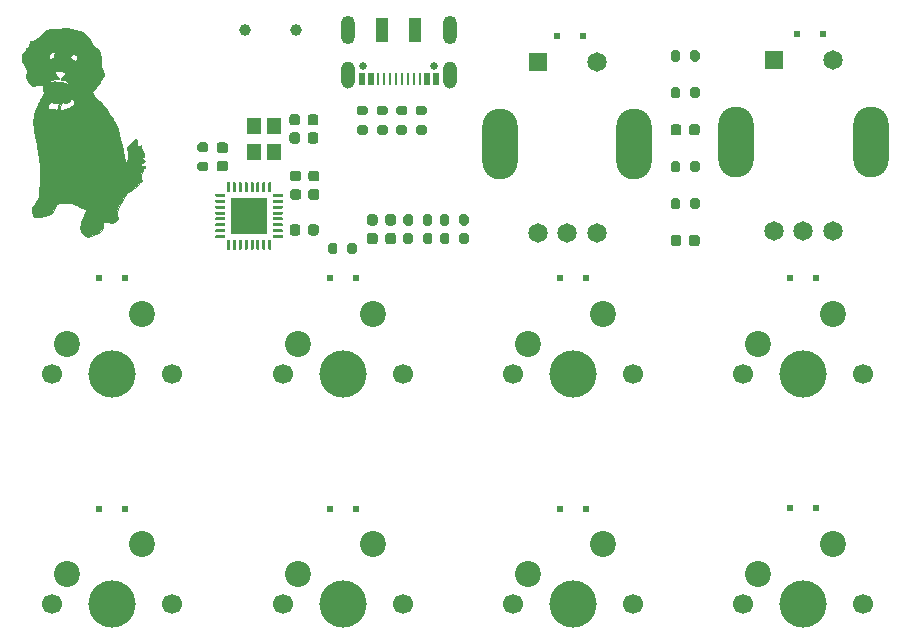
<source format=gbr>
%TF.GenerationSoftware,KiCad,Pcbnew,(5.1.9-0-10_14)*%
%TF.CreationDate,2021-03-23T22:47:06-06:00*%
%TF.ProjectId,macropad,6d616372-6f70-4616-942e-6b696361645f,rev?*%
%TF.SameCoordinates,Original*%
%TF.FileFunction,Soldermask,Top*%
%TF.FilePolarity,Negative*%
%FSLAX46Y46*%
G04 Gerber Fmt 4.6, Leading zero omitted, Abs format (unit mm)*
G04 Created by KiCad (PCBNEW (5.1.9-0-10_14)) date 2021-03-23 22:47:06*
%MOMM*%
%LPD*%
G01*
G04 APERTURE LIST*
%ADD10C,0.010000*%
%ADD11C,1.000000*%
%ADD12R,1.200000X1.400000*%
%ADD13C,1.700000*%
%ADD14C,4.000000*%
%ADD15C,2.200000*%
%ADD16R,3.100000X3.100000*%
%ADD17O,1.200000X2.400000*%
%ADD18O,1.158000X2.316000*%
%ADD19C,0.630000*%
%ADD20R,1.000000X2.000000*%
%ADD21C,0.600000*%
%ADD22R,0.270000X1.000000*%
%ADD23R,0.520000X1.000000*%
%ADD24R,0.500000X0.500000*%
%ADD25O,3.000000X6.000000*%
%ADD26C,1.650000*%
%ADD27R,1.650000X1.650000*%
G04 APERTURE END LIST*
D10*
%TO.C,G\u002A\u002A\u002A*%
G36*
X125668544Y-57307507D02*
G01*
X125967804Y-57364817D01*
X126306510Y-57445859D01*
X126643715Y-57542436D01*
X126746934Y-57576065D01*
X127070920Y-57754008D01*
X127380577Y-58038823D01*
X127619368Y-58373394D01*
X127690050Y-58528839D01*
X127814690Y-58747558D01*
X127978609Y-58895222D01*
X127989275Y-58900414D01*
X128261394Y-59115030D01*
X128437575Y-59461171D01*
X128512844Y-59927532D01*
X128514914Y-60094467D01*
X128540399Y-60553590D01*
X128627664Y-60923837D01*
X128644892Y-60966397D01*
X128727936Y-61180056D01*
X128733442Y-61320253D01*
X128656842Y-61466332D01*
X128612448Y-61529800D01*
X128496956Y-61707437D01*
X128441196Y-61823543D01*
X128440267Y-61831020D01*
X128391001Y-61928333D01*
X128268764Y-62103897D01*
X128111898Y-62308357D01*
X127958745Y-62492357D01*
X127847648Y-62606543D01*
X127827063Y-62620356D01*
X127760464Y-62712137D01*
X127819536Y-62879305D01*
X128008502Y-63128621D01*
X128331586Y-63466847D01*
X128393779Y-63527508D01*
X128665605Y-63806633D01*
X128890693Y-64067578D01*
X129039336Y-64274251D01*
X129080851Y-64362240D01*
X129175926Y-64560187D01*
X129286934Y-64666467D01*
X129422370Y-64806848D01*
X129490474Y-64960567D01*
X129554047Y-65120055D01*
X129614355Y-65174467D01*
X129700859Y-65255668D01*
X129807130Y-65488844D01*
X129928875Y-65858357D01*
X130061800Y-66348567D01*
X130201611Y-66943834D01*
X130344013Y-67628519D01*
X130463667Y-68267896D01*
X130539498Y-68592940D01*
X130615749Y-68758602D01*
X130683785Y-68774589D01*
X130734966Y-68650611D01*
X130760656Y-68396374D01*
X130752218Y-68021589D01*
X130750926Y-68003745D01*
X132002951Y-68003745D01*
X132018518Y-68113559D01*
X132047420Y-68114870D01*
X132067631Y-68001553D01*
X132054104Y-67952592D01*
X132016509Y-67920522D01*
X132002951Y-68003745D01*
X130750926Y-68003745D01*
X130746994Y-67949440D01*
X130702066Y-67380079D01*
X131042872Y-67039273D01*
X131299316Y-66804853D01*
X131464937Y-66708824D01*
X131545625Y-66750577D01*
X131547270Y-66929503D01*
X131537425Y-66988198D01*
X131528143Y-67226687D01*
X131599056Y-67345896D01*
X131734113Y-67326639D01*
X131788309Y-67288055D01*
X131873080Y-67243363D01*
X131907043Y-67321804D01*
X131911600Y-67452757D01*
X131950476Y-67668487D01*
X132038600Y-67768516D01*
X132133607Y-67876059D01*
X132163065Y-68046496D01*
X132122219Y-68196813D01*
X132065701Y-68241655D01*
X132006706Y-68335528D01*
X132022770Y-68423411D01*
X132106424Y-68522652D01*
X132165002Y-68519170D01*
X132243340Y-68527784D01*
X132250267Y-68560541D01*
X132178814Y-68650705D01*
X132005909Y-68739727D01*
X131996367Y-68743119D01*
X131821555Y-68838845D01*
X131809176Y-68927232D01*
X131953657Y-68979798D01*
X132043597Y-68984467D01*
X132200305Y-69014086D01*
X132250267Y-69069134D01*
X132185838Y-69151340D01*
X132165600Y-69153800D01*
X132089317Y-69221858D01*
X132080934Y-69273745D01*
X132038296Y-69400248D01*
X132009429Y-69421911D01*
X131944983Y-69520562D01*
X131897643Y-69713089D01*
X131876791Y-69927081D01*
X131891813Y-70090130D01*
X131917513Y-70131121D01*
X131936403Y-70225457D01*
X131843855Y-70384068D01*
X131668864Y-70576614D01*
X131440426Y-70772753D01*
X131187534Y-70942144D01*
X131095997Y-70990780D01*
X130819950Y-71152128D01*
X130637444Y-71311555D01*
X130591362Y-71389259D01*
X130521470Y-71545744D01*
X130386723Y-71793685D01*
X130214700Y-72082659D01*
X130193216Y-72117134D01*
X130015983Y-72413804D01*
X129915360Y-72643445D01*
X129876224Y-72871931D01*
X129883450Y-73165138D01*
X129902305Y-73384238D01*
X129848338Y-73586530D01*
X129669631Y-73726850D01*
X129405051Y-73786887D01*
X129116017Y-73754632D01*
X128831143Y-73701180D01*
X128679204Y-73735011D01*
X128644693Y-73861933D01*
X128656775Y-73926612D01*
X128657758Y-74238689D01*
X128494131Y-74511506D01*
X128165817Y-74745178D01*
X128081180Y-74786856D01*
X127680525Y-74943410D01*
X127373684Y-74985954D01*
X127128661Y-74913816D01*
X126946151Y-74762967D01*
X126826313Y-74616838D01*
X126769731Y-74474054D01*
X126763479Y-74274348D01*
X126787257Y-74022134D01*
X126834753Y-73727441D01*
X126869383Y-73598800D01*
X129032934Y-73598800D01*
X129075267Y-73641134D01*
X129117600Y-73598800D01*
X129075267Y-73556467D01*
X129032934Y-73598800D01*
X126869383Y-73598800D01*
X126898520Y-73490568D01*
X126948626Y-73387134D01*
X127059356Y-73213217D01*
X127168972Y-72985842D01*
X127242520Y-72782370D01*
X127254934Y-72709215D01*
X127181341Y-72641587D01*
X126995749Y-72561303D01*
X126895100Y-72529578D01*
X126641367Y-72431092D01*
X126445632Y-72309698D01*
X126408267Y-72272682D01*
X126252069Y-72166384D01*
X125982469Y-72111818D01*
X125815600Y-72101417D01*
X125327920Y-72096713D01*
X124964160Y-72120464D01*
X124738170Y-72170745D01*
X124663800Y-72245635D01*
X124667296Y-72260843D01*
X124665572Y-72359490D01*
X124638193Y-72371134D01*
X124571603Y-72443786D01*
X124519107Y-72603967D01*
X124429116Y-72875164D01*
X124268887Y-73052380D01*
X124001704Y-73164619D01*
X123741267Y-73218451D01*
X123330096Y-73280804D01*
X123052799Y-73302987D01*
X122877078Y-73277409D01*
X122770637Y-73196479D01*
X122701178Y-73052607D01*
X122674080Y-72967638D01*
X122619028Y-72731435D01*
X122639652Y-72567147D01*
X122734182Y-72406106D01*
X122876506Y-72197371D01*
X122982572Y-72030298D01*
X123110161Y-71839147D01*
X123171979Y-71758973D01*
X123210517Y-71637259D01*
X123251641Y-71384471D01*
X123291821Y-71038756D01*
X123327524Y-70638265D01*
X123355221Y-70221145D01*
X123371382Y-69825544D01*
X123373904Y-69577134D01*
X123349599Y-68989115D01*
X123290267Y-68376852D01*
X123203441Y-67796250D01*
X123096651Y-67303213D01*
X123043093Y-67121800D01*
X122887622Y-66518562D01*
X122798607Y-65876395D01*
X122780719Y-65255340D01*
X122838627Y-64715440D01*
X122851382Y-64656844D01*
X122992854Y-64156484D01*
X123134737Y-63785627D01*
X123975250Y-63785627D01*
X123986208Y-63869058D01*
X124031790Y-64027027D01*
X124037600Y-64075614D01*
X124112410Y-64130139D01*
X124297901Y-64174284D01*
X124355100Y-64181457D01*
X124571681Y-64205814D01*
X124703936Y-64223855D01*
X124714934Y-64226144D01*
X124773668Y-64165013D01*
X124818000Y-64087016D01*
X124997820Y-64087016D01*
X125010435Y-64201542D01*
X125057831Y-64245748D01*
X125150956Y-64280982D01*
X125276497Y-64268795D01*
X125473639Y-64199187D01*
X125781571Y-64062158D01*
X125786868Y-64059708D01*
X126055345Y-63909295D01*
X126186453Y-63753759D01*
X126208964Y-63555247D01*
X126203614Y-63511413D01*
X126138838Y-63393672D01*
X126025548Y-63323817D01*
X125926860Y-63327509D01*
X125900267Y-63388084D01*
X125837190Y-63486400D01*
X125688007Y-63588674D01*
X125512787Y-63666319D01*
X125371601Y-63690746D01*
X125325442Y-63661658D01*
X125255730Y-63569682D01*
X125165952Y-63642377D01*
X125061350Y-63872581D01*
X124997820Y-64087016D01*
X124818000Y-64087016D01*
X124868308Y-63998508D01*
X124899841Y-63933645D01*
X125042415Y-63629671D01*
X124712152Y-63673969D01*
X124491054Y-63684707D01*
X124400364Y-63645016D01*
X124400245Y-63631450D01*
X124352476Y-63527795D01*
X124312767Y-63505828D01*
X124222115Y-63537678D01*
X124206934Y-63601078D01*
X124138615Y-63717219D01*
X124070875Y-63735134D01*
X123975250Y-63785627D01*
X123134737Y-63785627D01*
X123168834Y-63696505D01*
X123214067Y-63608134D01*
X123868267Y-63608134D01*
X123910600Y-63650467D01*
X123952934Y-63608134D01*
X123910600Y-63565800D01*
X123868267Y-63608134D01*
X123214067Y-63608134D01*
X123295861Y-63448337D01*
X123982037Y-63448337D01*
X123995267Y-63481134D01*
X124071349Y-63561904D01*
X124084930Y-63565800D01*
X124121296Y-63500294D01*
X124122267Y-63481134D01*
X124057179Y-63399720D01*
X124032603Y-63396467D01*
X123982037Y-63448337D01*
X123295861Y-63448337D01*
X123359330Y-63324341D01*
X123489732Y-63142467D01*
X123602202Y-62983949D01*
X123643525Y-62808830D01*
X123628431Y-62547253D01*
X123623619Y-62507467D01*
X123582630Y-62255468D01*
X123527794Y-62134862D01*
X123437937Y-62107863D01*
X123402088Y-62112184D01*
X123051494Y-62169111D01*
X122825181Y-62193572D01*
X122680085Y-62178979D01*
X122573143Y-62118744D01*
X122461292Y-62006279D01*
X122421005Y-61962097D01*
X122335212Y-61828382D01*
X124123988Y-61828382D01*
X124230027Y-61866886D01*
X124338930Y-61872467D01*
X124491324Y-61844825D01*
X124495843Y-61766634D01*
X124470455Y-61703151D01*
X124545635Y-61762486D01*
X124550113Y-61766634D01*
X124712142Y-61842004D01*
X124933813Y-61872467D01*
X125205569Y-61907156D01*
X125484635Y-61990746D01*
X125488380Y-61992312D01*
X125710433Y-62074291D01*
X125791898Y-62067127D01*
X125740509Y-61963366D01*
X125642425Y-61843919D01*
X125485094Y-61700789D01*
X125337357Y-61681735D01*
X125255961Y-61706672D01*
X125105299Y-61735808D01*
X125084916Y-61662331D01*
X125194343Y-61491227D01*
X125286434Y-61383013D01*
X125416438Y-61218787D01*
X125476461Y-61105229D01*
X125476934Y-61099717D01*
X125395258Y-61024637D01*
X125161839Y-60962216D01*
X124841934Y-60921391D01*
X124665239Y-60922561D01*
X124607057Y-60996711D01*
X124611235Y-61110467D01*
X124695497Y-61325102D01*
X124812891Y-61457913D01*
X124906841Y-61538264D01*
X124902324Y-61586167D01*
X124774753Y-61620190D01*
X124556756Y-61651329D01*
X124304556Y-61703139D01*
X124154565Y-61767979D01*
X124123988Y-61828382D01*
X122335212Y-61828382D01*
X122231648Y-61666972D01*
X122176520Y-61365679D01*
X122252156Y-61119613D01*
X122255750Y-60974112D01*
X122142909Y-60723611D01*
X122040067Y-60553548D01*
X121880101Y-60285821D01*
X121802662Y-60085920D01*
X121789097Y-59885887D01*
X121807871Y-59707559D01*
X121830779Y-59602150D01*
X124060490Y-59602150D01*
X124075263Y-59741085D01*
X124132445Y-59877333D01*
X124222524Y-59916544D01*
X124406196Y-59880692D01*
X124437744Y-59872298D01*
X124568880Y-59810315D01*
X124562644Y-59745989D01*
X125911693Y-59745989D01*
X125950668Y-59911950D01*
X126090767Y-60006860D01*
X126304368Y-60062807D01*
X126431672Y-60000324D01*
X126500919Y-59863672D01*
X126514772Y-59703316D01*
X126394513Y-59571307D01*
X126365671Y-59551747D01*
X126208954Y-59466913D01*
X126104647Y-59487149D01*
X126032100Y-59551396D01*
X125911693Y-59745989D01*
X124562644Y-59745989D01*
X124557883Y-59696894D01*
X124535130Y-59651570D01*
X124486195Y-59533602D01*
X124536734Y-59538654D01*
X124537153Y-59538913D01*
X124616865Y-59525705D01*
X124630267Y-59464464D01*
X124566438Y-59358082D01*
X124410120Y-59341017D01*
X124214063Y-59415530D01*
X124170406Y-59444751D01*
X124060490Y-59602150D01*
X121830779Y-59602150D01*
X121867047Y-59435270D01*
X121959642Y-59297114D01*
X122023452Y-59267664D01*
X122138147Y-59184702D01*
X122140046Y-59109673D01*
X122164590Y-59013654D01*
X122262257Y-58993800D01*
X122382058Y-58951904D01*
X122441719Y-58805996D01*
X122453338Y-58525741D01*
X122453082Y-58515388D01*
X122524316Y-58431776D01*
X122697334Y-58368620D01*
X122883236Y-58286254D01*
X123131843Y-58118170D01*
X123385023Y-57904612D01*
X123666722Y-57661514D01*
X123923123Y-57506833D01*
X124209371Y-57420178D01*
X124580611Y-57381158D01*
X124822680Y-57372982D01*
X125093525Y-57356919D01*
X125287848Y-57325949D01*
X125352158Y-57296868D01*
X125449679Y-57282125D01*
X125668544Y-57307507D01*
G37*
X125668544Y-57307507D02*
X125967804Y-57364817D01*
X126306510Y-57445859D01*
X126643715Y-57542436D01*
X126746934Y-57576065D01*
X127070920Y-57754008D01*
X127380577Y-58038823D01*
X127619368Y-58373394D01*
X127690050Y-58528839D01*
X127814690Y-58747558D01*
X127978609Y-58895222D01*
X127989275Y-58900414D01*
X128261394Y-59115030D01*
X128437575Y-59461171D01*
X128512844Y-59927532D01*
X128514914Y-60094467D01*
X128540399Y-60553590D01*
X128627664Y-60923837D01*
X128644892Y-60966397D01*
X128727936Y-61180056D01*
X128733442Y-61320253D01*
X128656842Y-61466332D01*
X128612448Y-61529800D01*
X128496956Y-61707437D01*
X128441196Y-61823543D01*
X128440267Y-61831020D01*
X128391001Y-61928333D01*
X128268764Y-62103897D01*
X128111898Y-62308357D01*
X127958745Y-62492357D01*
X127847648Y-62606543D01*
X127827063Y-62620356D01*
X127760464Y-62712137D01*
X127819536Y-62879305D01*
X128008502Y-63128621D01*
X128331586Y-63466847D01*
X128393779Y-63527508D01*
X128665605Y-63806633D01*
X128890693Y-64067578D01*
X129039336Y-64274251D01*
X129080851Y-64362240D01*
X129175926Y-64560187D01*
X129286934Y-64666467D01*
X129422370Y-64806848D01*
X129490474Y-64960567D01*
X129554047Y-65120055D01*
X129614355Y-65174467D01*
X129700859Y-65255668D01*
X129807130Y-65488844D01*
X129928875Y-65858357D01*
X130061800Y-66348567D01*
X130201611Y-66943834D01*
X130344013Y-67628519D01*
X130463667Y-68267896D01*
X130539498Y-68592940D01*
X130615749Y-68758602D01*
X130683785Y-68774589D01*
X130734966Y-68650611D01*
X130760656Y-68396374D01*
X130752218Y-68021589D01*
X130750926Y-68003745D01*
X132002951Y-68003745D01*
X132018518Y-68113559D01*
X132047420Y-68114870D01*
X132067631Y-68001553D01*
X132054104Y-67952592D01*
X132016509Y-67920522D01*
X132002951Y-68003745D01*
X130750926Y-68003745D01*
X130746994Y-67949440D01*
X130702066Y-67380079D01*
X131042872Y-67039273D01*
X131299316Y-66804853D01*
X131464937Y-66708824D01*
X131545625Y-66750577D01*
X131547270Y-66929503D01*
X131537425Y-66988198D01*
X131528143Y-67226687D01*
X131599056Y-67345896D01*
X131734113Y-67326639D01*
X131788309Y-67288055D01*
X131873080Y-67243363D01*
X131907043Y-67321804D01*
X131911600Y-67452757D01*
X131950476Y-67668487D01*
X132038600Y-67768516D01*
X132133607Y-67876059D01*
X132163065Y-68046496D01*
X132122219Y-68196813D01*
X132065701Y-68241655D01*
X132006706Y-68335528D01*
X132022770Y-68423411D01*
X132106424Y-68522652D01*
X132165002Y-68519170D01*
X132243340Y-68527784D01*
X132250267Y-68560541D01*
X132178814Y-68650705D01*
X132005909Y-68739727D01*
X131996367Y-68743119D01*
X131821555Y-68838845D01*
X131809176Y-68927232D01*
X131953657Y-68979798D01*
X132043597Y-68984467D01*
X132200305Y-69014086D01*
X132250267Y-69069134D01*
X132185838Y-69151340D01*
X132165600Y-69153800D01*
X132089317Y-69221858D01*
X132080934Y-69273745D01*
X132038296Y-69400248D01*
X132009429Y-69421911D01*
X131944983Y-69520562D01*
X131897643Y-69713089D01*
X131876791Y-69927081D01*
X131891813Y-70090130D01*
X131917513Y-70131121D01*
X131936403Y-70225457D01*
X131843855Y-70384068D01*
X131668864Y-70576614D01*
X131440426Y-70772753D01*
X131187534Y-70942144D01*
X131095997Y-70990780D01*
X130819950Y-71152128D01*
X130637444Y-71311555D01*
X130591362Y-71389259D01*
X130521470Y-71545744D01*
X130386723Y-71793685D01*
X130214700Y-72082659D01*
X130193216Y-72117134D01*
X130015983Y-72413804D01*
X129915360Y-72643445D01*
X129876224Y-72871931D01*
X129883450Y-73165138D01*
X129902305Y-73384238D01*
X129848338Y-73586530D01*
X129669631Y-73726850D01*
X129405051Y-73786887D01*
X129116017Y-73754632D01*
X128831143Y-73701180D01*
X128679204Y-73735011D01*
X128644693Y-73861933D01*
X128656775Y-73926612D01*
X128657758Y-74238689D01*
X128494131Y-74511506D01*
X128165817Y-74745178D01*
X128081180Y-74786856D01*
X127680525Y-74943410D01*
X127373684Y-74985954D01*
X127128661Y-74913816D01*
X126946151Y-74762967D01*
X126826313Y-74616838D01*
X126769731Y-74474054D01*
X126763479Y-74274348D01*
X126787257Y-74022134D01*
X126834753Y-73727441D01*
X126869383Y-73598800D01*
X129032934Y-73598800D01*
X129075267Y-73641134D01*
X129117600Y-73598800D01*
X129075267Y-73556467D01*
X129032934Y-73598800D01*
X126869383Y-73598800D01*
X126898520Y-73490568D01*
X126948626Y-73387134D01*
X127059356Y-73213217D01*
X127168972Y-72985842D01*
X127242520Y-72782370D01*
X127254934Y-72709215D01*
X127181341Y-72641587D01*
X126995749Y-72561303D01*
X126895100Y-72529578D01*
X126641367Y-72431092D01*
X126445632Y-72309698D01*
X126408267Y-72272682D01*
X126252069Y-72166384D01*
X125982469Y-72111818D01*
X125815600Y-72101417D01*
X125327920Y-72096713D01*
X124964160Y-72120464D01*
X124738170Y-72170745D01*
X124663800Y-72245635D01*
X124667296Y-72260843D01*
X124665572Y-72359490D01*
X124638193Y-72371134D01*
X124571603Y-72443786D01*
X124519107Y-72603967D01*
X124429116Y-72875164D01*
X124268887Y-73052380D01*
X124001704Y-73164619D01*
X123741267Y-73218451D01*
X123330096Y-73280804D01*
X123052799Y-73302987D01*
X122877078Y-73277409D01*
X122770637Y-73196479D01*
X122701178Y-73052607D01*
X122674080Y-72967638D01*
X122619028Y-72731435D01*
X122639652Y-72567147D01*
X122734182Y-72406106D01*
X122876506Y-72197371D01*
X122982572Y-72030298D01*
X123110161Y-71839147D01*
X123171979Y-71758973D01*
X123210517Y-71637259D01*
X123251641Y-71384471D01*
X123291821Y-71038756D01*
X123327524Y-70638265D01*
X123355221Y-70221145D01*
X123371382Y-69825544D01*
X123373904Y-69577134D01*
X123349599Y-68989115D01*
X123290267Y-68376852D01*
X123203441Y-67796250D01*
X123096651Y-67303213D01*
X123043093Y-67121800D01*
X122887622Y-66518562D01*
X122798607Y-65876395D01*
X122780719Y-65255340D01*
X122838627Y-64715440D01*
X122851382Y-64656844D01*
X122992854Y-64156484D01*
X123134737Y-63785627D01*
X123975250Y-63785627D01*
X123986208Y-63869058D01*
X124031790Y-64027027D01*
X124037600Y-64075614D01*
X124112410Y-64130139D01*
X124297901Y-64174284D01*
X124355100Y-64181457D01*
X124571681Y-64205814D01*
X124703936Y-64223855D01*
X124714934Y-64226144D01*
X124773668Y-64165013D01*
X124818000Y-64087016D01*
X124997820Y-64087016D01*
X125010435Y-64201542D01*
X125057831Y-64245748D01*
X125150956Y-64280982D01*
X125276497Y-64268795D01*
X125473639Y-64199187D01*
X125781571Y-64062158D01*
X125786868Y-64059708D01*
X126055345Y-63909295D01*
X126186453Y-63753759D01*
X126208964Y-63555247D01*
X126203614Y-63511413D01*
X126138838Y-63393672D01*
X126025548Y-63323817D01*
X125926860Y-63327509D01*
X125900267Y-63388084D01*
X125837190Y-63486400D01*
X125688007Y-63588674D01*
X125512787Y-63666319D01*
X125371601Y-63690746D01*
X125325442Y-63661658D01*
X125255730Y-63569682D01*
X125165952Y-63642377D01*
X125061350Y-63872581D01*
X124997820Y-64087016D01*
X124818000Y-64087016D01*
X124868308Y-63998508D01*
X124899841Y-63933645D01*
X125042415Y-63629671D01*
X124712152Y-63673969D01*
X124491054Y-63684707D01*
X124400364Y-63645016D01*
X124400245Y-63631450D01*
X124352476Y-63527795D01*
X124312767Y-63505828D01*
X124222115Y-63537678D01*
X124206934Y-63601078D01*
X124138615Y-63717219D01*
X124070875Y-63735134D01*
X123975250Y-63785627D01*
X123134737Y-63785627D01*
X123168834Y-63696505D01*
X123214067Y-63608134D01*
X123868267Y-63608134D01*
X123910600Y-63650467D01*
X123952934Y-63608134D01*
X123910600Y-63565800D01*
X123868267Y-63608134D01*
X123214067Y-63608134D01*
X123295861Y-63448337D01*
X123982037Y-63448337D01*
X123995267Y-63481134D01*
X124071349Y-63561904D01*
X124084930Y-63565800D01*
X124121296Y-63500294D01*
X124122267Y-63481134D01*
X124057179Y-63399720D01*
X124032603Y-63396467D01*
X123982037Y-63448337D01*
X123295861Y-63448337D01*
X123359330Y-63324341D01*
X123489732Y-63142467D01*
X123602202Y-62983949D01*
X123643525Y-62808830D01*
X123628431Y-62547253D01*
X123623619Y-62507467D01*
X123582630Y-62255468D01*
X123527794Y-62134862D01*
X123437937Y-62107863D01*
X123402088Y-62112184D01*
X123051494Y-62169111D01*
X122825181Y-62193572D01*
X122680085Y-62178979D01*
X122573143Y-62118744D01*
X122461292Y-62006279D01*
X122421005Y-61962097D01*
X122335212Y-61828382D01*
X124123988Y-61828382D01*
X124230027Y-61866886D01*
X124338930Y-61872467D01*
X124491324Y-61844825D01*
X124495843Y-61766634D01*
X124470455Y-61703151D01*
X124545635Y-61762486D01*
X124550113Y-61766634D01*
X124712142Y-61842004D01*
X124933813Y-61872467D01*
X125205569Y-61907156D01*
X125484635Y-61990746D01*
X125488380Y-61992312D01*
X125710433Y-62074291D01*
X125791898Y-62067127D01*
X125740509Y-61963366D01*
X125642425Y-61843919D01*
X125485094Y-61700789D01*
X125337357Y-61681735D01*
X125255961Y-61706672D01*
X125105299Y-61735808D01*
X125084916Y-61662331D01*
X125194343Y-61491227D01*
X125286434Y-61383013D01*
X125416438Y-61218787D01*
X125476461Y-61105229D01*
X125476934Y-61099717D01*
X125395258Y-61024637D01*
X125161839Y-60962216D01*
X124841934Y-60921391D01*
X124665239Y-60922561D01*
X124607057Y-60996711D01*
X124611235Y-61110467D01*
X124695497Y-61325102D01*
X124812891Y-61457913D01*
X124906841Y-61538264D01*
X124902324Y-61586167D01*
X124774753Y-61620190D01*
X124556756Y-61651329D01*
X124304556Y-61703139D01*
X124154565Y-61767979D01*
X124123988Y-61828382D01*
X122335212Y-61828382D01*
X122231648Y-61666972D01*
X122176520Y-61365679D01*
X122252156Y-61119613D01*
X122255750Y-60974112D01*
X122142909Y-60723611D01*
X122040067Y-60553548D01*
X121880101Y-60285821D01*
X121802662Y-60085920D01*
X121789097Y-59885887D01*
X121807871Y-59707559D01*
X121830779Y-59602150D01*
X124060490Y-59602150D01*
X124075263Y-59741085D01*
X124132445Y-59877333D01*
X124222524Y-59916544D01*
X124406196Y-59880692D01*
X124437744Y-59872298D01*
X124568880Y-59810315D01*
X124562644Y-59745989D01*
X125911693Y-59745989D01*
X125950668Y-59911950D01*
X126090767Y-60006860D01*
X126304368Y-60062807D01*
X126431672Y-60000324D01*
X126500919Y-59863672D01*
X126514772Y-59703316D01*
X126394513Y-59571307D01*
X126365671Y-59551747D01*
X126208954Y-59466913D01*
X126104647Y-59487149D01*
X126032100Y-59551396D01*
X125911693Y-59745989D01*
X124562644Y-59745989D01*
X124557883Y-59696894D01*
X124535130Y-59651570D01*
X124486195Y-59533602D01*
X124536734Y-59538654D01*
X124537153Y-59538913D01*
X124616865Y-59525705D01*
X124630267Y-59464464D01*
X124566438Y-59358082D01*
X124410120Y-59341017D01*
X124214063Y-59415530D01*
X124170406Y-59444751D01*
X124060490Y-59602150D01*
X121830779Y-59602150D01*
X121867047Y-59435270D01*
X121959642Y-59297114D01*
X122023452Y-59267664D01*
X122138147Y-59184702D01*
X122140046Y-59109673D01*
X122164590Y-59013654D01*
X122262257Y-58993800D01*
X122382058Y-58951904D01*
X122441719Y-58805996D01*
X122453338Y-58525741D01*
X122453082Y-58515388D01*
X122524316Y-58431776D01*
X122697334Y-58368620D01*
X122883236Y-58286254D01*
X123131843Y-58118170D01*
X123385023Y-57904612D01*
X123666722Y-57661514D01*
X123923123Y-57506833D01*
X124209371Y-57420178D01*
X124580611Y-57381158D01*
X124822680Y-57372982D01*
X125093525Y-57356919D01*
X125287848Y-57325949D01*
X125352158Y-57296868D01*
X125449679Y-57282125D01*
X125668544Y-57307507D01*
%TD*%
D11*
%TO.C,reset*%
X145025000Y-57475000D03*
%TD*%
%TO.C,hwb*%
X140725000Y-57475000D03*
%TD*%
%TO.C,R14*%
G36*
G01*
X155900000Y-64690000D02*
X155350000Y-64690000D01*
G75*
G02*
X155150000Y-64490000I0J200000D01*
G01*
X155150000Y-64090000D01*
G75*
G02*
X155350000Y-63890000I200000J0D01*
G01*
X155900000Y-63890000D01*
G75*
G02*
X156100000Y-64090000I0J-200000D01*
G01*
X156100000Y-64490000D01*
G75*
G02*
X155900000Y-64690000I-200000J0D01*
G01*
G37*
G36*
G01*
X155900000Y-66340000D02*
X155350000Y-66340000D01*
G75*
G02*
X155150000Y-66140000I0J200000D01*
G01*
X155150000Y-65740000D01*
G75*
G02*
X155350000Y-65540000I200000J0D01*
G01*
X155900000Y-65540000D01*
G75*
G02*
X156100000Y-65740000I0J-200000D01*
G01*
X156100000Y-66140000D01*
G75*
G02*
X155900000Y-66340000I-200000J0D01*
G01*
G37*
%TD*%
%TO.C,R13*%
G36*
G01*
X150350000Y-65545000D02*
X150900000Y-65545000D01*
G75*
G02*
X151100000Y-65745000I0J-200000D01*
G01*
X151100000Y-66145000D01*
G75*
G02*
X150900000Y-66345000I-200000J0D01*
G01*
X150350000Y-66345000D01*
G75*
G02*
X150150000Y-66145000I0J200000D01*
G01*
X150150000Y-65745000D01*
G75*
G02*
X150350000Y-65545000I200000J0D01*
G01*
G37*
G36*
G01*
X150350000Y-63895000D02*
X150900000Y-63895000D01*
G75*
G02*
X151100000Y-64095000I0J-200000D01*
G01*
X151100000Y-64495000D01*
G75*
G02*
X150900000Y-64695000I-200000J0D01*
G01*
X150350000Y-64695000D01*
G75*
G02*
X150150000Y-64495000I0J200000D01*
G01*
X150150000Y-64095000D01*
G75*
G02*
X150350000Y-63895000I200000J0D01*
G01*
G37*
%TD*%
D12*
%TO.C,Y1*%
X141475000Y-67785000D03*
X141475000Y-65585000D03*
X143175000Y-65585000D03*
X143175000Y-67785000D03*
%TD*%
D13*
%TO.C,SW6*%
X154040000Y-106080000D03*
X143880000Y-106080000D03*
D14*
X148960000Y-106080000D03*
D15*
X145150000Y-103540000D03*
X151500000Y-101000000D03*
%TD*%
D16*
%TO.C,U1*%
X141037500Y-73225000D03*
G36*
G01*
X143100000Y-71350000D02*
X143850000Y-71350000D01*
G75*
G02*
X143912500Y-71412500I0J-62500D01*
G01*
X143912500Y-71537500D01*
G75*
G02*
X143850000Y-71600000I-62500J0D01*
G01*
X143100000Y-71600000D01*
G75*
G02*
X143037500Y-71537500I0J62500D01*
G01*
X143037500Y-71412500D01*
G75*
G02*
X143100000Y-71350000I62500J0D01*
G01*
G37*
G36*
G01*
X143100000Y-71850000D02*
X143850000Y-71850000D01*
G75*
G02*
X143912500Y-71912500I0J-62500D01*
G01*
X143912500Y-72037500D01*
G75*
G02*
X143850000Y-72100000I-62500J0D01*
G01*
X143100000Y-72100000D01*
G75*
G02*
X143037500Y-72037500I0J62500D01*
G01*
X143037500Y-71912500D01*
G75*
G02*
X143100000Y-71850000I62500J0D01*
G01*
G37*
G36*
G01*
X143100000Y-72350000D02*
X143850000Y-72350000D01*
G75*
G02*
X143912500Y-72412500I0J-62500D01*
G01*
X143912500Y-72537500D01*
G75*
G02*
X143850000Y-72600000I-62500J0D01*
G01*
X143100000Y-72600000D01*
G75*
G02*
X143037500Y-72537500I0J62500D01*
G01*
X143037500Y-72412500D01*
G75*
G02*
X143100000Y-72350000I62500J0D01*
G01*
G37*
G36*
G01*
X143100000Y-72850000D02*
X143850000Y-72850000D01*
G75*
G02*
X143912500Y-72912500I0J-62500D01*
G01*
X143912500Y-73037500D01*
G75*
G02*
X143850000Y-73100000I-62500J0D01*
G01*
X143100000Y-73100000D01*
G75*
G02*
X143037500Y-73037500I0J62500D01*
G01*
X143037500Y-72912500D01*
G75*
G02*
X143100000Y-72850000I62500J0D01*
G01*
G37*
G36*
G01*
X143100000Y-73350000D02*
X143850000Y-73350000D01*
G75*
G02*
X143912500Y-73412500I0J-62500D01*
G01*
X143912500Y-73537500D01*
G75*
G02*
X143850000Y-73600000I-62500J0D01*
G01*
X143100000Y-73600000D01*
G75*
G02*
X143037500Y-73537500I0J62500D01*
G01*
X143037500Y-73412500D01*
G75*
G02*
X143100000Y-73350000I62500J0D01*
G01*
G37*
G36*
G01*
X143100000Y-73850000D02*
X143850000Y-73850000D01*
G75*
G02*
X143912500Y-73912500I0J-62500D01*
G01*
X143912500Y-74037500D01*
G75*
G02*
X143850000Y-74100000I-62500J0D01*
G01*
X143100000Y-74100000D01*
G75*
G02*
X143037500Y-74037500I0J62500D01*
G01*
X143037500Y-73912500D01*
G75*
G02*
X143100000Y-73850000I62500J0D01*
G01*
G37*
G36*
G01*
X143100000Y-74350000D02*
X143850000Y-74350000D01*
G75*
G02*
X143912500Y-74412500I0J-62500D01*
G01*
X143912500Y-74537500D01*
G75*
G02*
X143850000Y-74600000I-62500J0D01*
G01*
X143100000Y-74600000D01*
G75*
G02*
X143037500Y-74537500I0J62500D01*
G01*
X143037500Y-74412500D01*
G75*
G02*
X143100000Y-74350000I62500J0D01*
G01*
G37*
G36*
G01*
X143100000Y-74850000D02*
X143850000Y-74850000D01*
G75*
G02*
X143912500Y-74912500I0J-62500D01*
G01*
X143912500Y-75037500D01*
G75*
G02*
X143850000Y-75100000I-62500J0D01*
G01*
X143100000Y-75100000D01*
G75*
G02*
X143037500Y-75037500I0J62500D01*
G01*
X143037500Y-74912500D01*
G75*
G02*
X143100000Y-74850000I62500J0D01*
G01*
G37*
G36*
G01*
X142725000Y-75225000D02*
X142850000Y-75225000D01*
G75*
G02*
X142912500Y-75287500I0J-62500D01*
G01*
X142912500Y-76037500D01*
G75*
G02*
X142850000Y-76100000I-62500J0D01*
G01*
X142725000Y-76100000D01*
G75*
G02*
X142662500Y-76037500I0J62500D01*
G01*
X142662500Y-75287500D01*
G75*
G02*
X142725000Y-75225000I62500J0D01*
G01*
G37*
G36*
G01*
X142225000Y-75225000D02*
X142350000Y-75225000D01*
G75*
G02*
X142412500Y-75287500I0J-62500D01*
G01*
X142412500Y-76037500D01*
G75*
G02*
X142350000Y-76100000I-62500J0D01*
G01*
X142225000Y-76100000D01*
G75*
G02*
X142162500Y-76037500I0J62500D01*
G01*
X142162500Y-75287500D01*
G75*
G02*
X142225000Y-75225000I62500J0D01*
G01*
G37*
G36*
G01*
X141725000Y-75225000D02*
X141850000Y-75225000D01*
G75*
G02*
X141912500Y-75287500I0J-62500D01*
G01*
X141912500Y-76037500D01*
G75*
G02*
X141850000Y-76100000I-62500J0D01*
G01*
X141725000Y-76100000D01*
G75*
G02*
X141662500Y-76037500I0J62500D01*
G01*
X141662500Y-75287500D01*
G75*
G02*
X141725000Y-75225000I62500J0D01*
G01*
G37*
G36*
G01*
X141225000Y-75225000D02*
X141350000Y-75225000D01*
G75*
G02*
X141412500Y-75287500I0J-62500D01*
G01*
X141412500Y-76037500D01*
G75*
G02*
X141350000Y-76100000I-62500J0D01*
G01*
X141225000Y-76100000D01*
G75*
G02*
X141162500Y-76037500I0J62500D01*
G01*
X141162500Y-75287500D01*
G75*
G02*
X141225000Y-75225000I62500J0D01*
G01*
G37*
G36*
G01*
X140725000Y-75225000D02*
X140850000Y-75225000D01*
G75*
G02*
X140912500Y-75287500I0J-62500D01*
G01*
X140912500Y-76037500D01*
G75*
G02*
X140850000Y-76100000I-62500J0D01*
G01*
X140725000Y-76100000D01*
G75*
G02*
X140662500Y-76037500I0J62500D01*
G01*
X140662500Y-75287500D01*
G75*
G02*
X140725000Y-75225000I62500J0D01*
G01*
G37*
G36*
G01*
X140225000Y-75225000D02*
X140350000Y-75225000D01*
G75*
G02*
X140412500Y-75287500I0J-62500D01*
G01*
X140412500Y-76037500D01*
G75*
G02*
X140350000Y-76100000I-62500J0D01*
G01*
X140225000Y-76100000D01*
G75*
G02*
X140162500Y-76037500I0J62500D01*
G01*
X140162500Y-75287500D01*
G75*
G02*
X140225000Y-75225000I62500J0D01*
G01*
G37*
G36*
G01*
X139725000Y-75225000D02*
X139850000Y-75225000D01*
G75*
G02*
X139912500Y-75287500I0J-62500D01*
G01*
X139912500Y-76037500D01*
G75*
G02*
X139850000Y-76100000I-62500J0D01*
G01*
X139725000Y-76100000D01*
G75*
G02*
X139662500Y-76037500I0J62500D01*
G01*
X139662500Y-75287500D01*
G75*
G02*
X139725000Y-75225000I62500J0D01*
G01*
G37*
G36*
G01*
X139225000Y-75225000D02*
X139350000Y-75225000D01*
G75*
G02*
X139412500Y-75287500I0J-62500D01*
G01*
X139412500Y-76037500D01*
G75*
G02*
X139350000Y-76100000I-62500J0D01*
G01*
X139225000Y-76100000D01*
G75*
G02*
X139162500Y-76037500I0J62500D01*
G01*
X139162500Y-75287500D01*
G75*
G02*
X139225000Y-75225000I62500J0D01*
G01*
G37*
G36*
G01*
X138225000Y-74850000D02*
X138975000Y-74850000D01*
G75*
G02*
X139037500Y-74912500I0J-62500D01*
G01*
X139037500Y-75037500D01*
G75*
G02*
X138975000Y-75100000I-62500J0D01*
G01*
X138225000Y-75100000D01*
G75*
G02*
X138162500Y-75037500I0J62500D01*
G01*
X138162500Y-74912500D01*
G75*
G02*
X138225000Y-74850000I62500J0D01*
G01*
G37*
G36*
G01*
X138225000Y-74350000D02*
X138975000Y-74350000D01*
G75*
G02*
X139037500Y-74412500I0J-62500D01*
G01*
X139037500Y-74537500D01*
G75*
G02*
X138975000Y-74600000I-62500J0D01*
G01*
X138225000Y-74600000D01*
G75*
G02*
X138162500Y-74537500I0J62500D01*
G01*
X138162500Y-74412500D01*
G75*
G02*
X138225000Y-74350000I62500J0D01*
G01*
G37*
G36*
G01*
X138225000Y-73850000D02*
X138975000Y-73850000D01*
G75*
G02*
X139037500Y-73912500I0J-62500D01*
G01*
X139037500Y-74037500D01*
G75*
G02*
X138975000Y-74100000I-62500J0D01*
G01*
X138225000Y-74100000D01*
G75*
G02*
X138162500Y-74037500I0J62500D01*
G01*
X138162500Y-73912500D01*
G75*
G02*
X138225000Y-73850000I62500J0D01*
G01*
G37*
G36*
G01*
X138225000Y-73350000D02*
X138975000Y-73350000D01*
G75*
G02*
X139037500Y-73412500I0J-62500D01*
G01*
X139037500Y-73537500D01*
G75*
G02*
X138975000Y-73600000I-62500J0D01*
G01*
X138225000Y-73600000D01*
G75*
G02*
X138162500Y-73537500I0J62500D01*
G01*
X138162500Y-73412500D01*
G75*
G02*
X138225000Y-73350000I62500J0D01*
G01*
G37*
G36*
G01*
X138225000Y-72850000D02*
X138975000Y-72850000D01*
G75*
G02*
X139037500Y-72912500I0J-62500D01*
G01*
X139037500Y-73037500D01*
G75*
G02*
X138975000Y-73100000I-62500J0D01*
G01*
X138225000Y-73100000D01*
G75*
G02*
X138162500Y-73037500I0J62500D01*
G01*
X138162500Y-72912500D01*
G75*
G02*
X138225000Y-72850000I62500J0D01*
G01*
G37*
G36*
G01*
X138225000Y-72350000D02*
X138975000Y-72350000D01*
G75*
G02*
X139037500Y-72412500I0J-62500D01*
G01*
X139037500Y-72537500D01*
G75*
G02*
X138975000Y-72600000I-62500J0D01*
G01*
X138225000Y-72600000D01*
G75*
G02*
X138162500Y-72537500I0J62500D01*
G01*
X138162500Y-72412500D01*
G75*
G02*
X138225000Y-72350000I62500J0D01*
G01*
G37*
G36*
G01*
X138225000Y-71850000D02*
X138975000Y-71850000D01*
G75*
G02*
X139037500Y-71912500I0J-62500D01*
G01*
X139037500Y-72037500D01*
G75*
G02*
X138975000Y-72100000I-62500J0D01*
G01*
X138225000Y-72100000D01*
G75*
G02*
X138162500Y-72037500I0J62500D01*
G01*
X138162500Y-71912500D01*
G75*
G02*
X138225000Y-71850000I62500J0D01*
G01*
G37*
G36*
G01*
X138225000Y-71350000D02*
X138975000Y-71350000D01*
G75*
G02*
X139037500Y-71412500I0J-62500D01*
G01*
X139037500Y-71537500D01*
G75*
G02*
X138975000Y-71600000I-62500J0D01*
G01*
X138225000Y-71600000D01*
G75*
G02*
X138162500Y-71537500I0J62500D01*
G01*
X138162500Y-71412500D01*
G75*
G02*
X138225000Y-71350000I62500J0D01*
G01*
G37*
G36*
G01*
X139225000Y-70350000D02*
X139350000Y-70350000D01*
G75*
G02*
X139412500Y-70412500I0J-62500D01*
G01*
X139412500Y-71162500D01*
G75*
G02*
X139350000Y-71225000I-62500J0D01*
G01*
X139225000Y-71225000D01*
G75*
G02*
X139162500Y-71162500I0J62500D01*
G01*
X139162500Y-70412500D01*
G75*
G02*
X139225000Y-70350000I62500J0D01*
G01*
G37*
G36*
G01*
X139725000Y-70350000D02*
X139850000Y-70350000D01*
G75*
G02*
X139912500Y-70412500I0J-62500D01*
G01*
X139912500Y-71162500D01*
G75*
G02*
X139850000Y-71225000I-62500J0D01*
G01*
X139725000Y-71225000D01*
G75*
G02*
X139662500Y-71162500I0J62500D01*
G01*
X139662500Y-70412500D01*
G75*
G02*
X139725000Y-70350000I62500J0D01*
G01*
G37*
G36*
G01*
X140225000Y-70350000D02*
X140350000Y-70350000D01*
G75*
G02*
X140412500Y-70412500I0J-62500D01*
G01*
X140412500Y-71162500D01*
G75*
G02*
X140350000Y-71225000I-62500J0D01*
G01*
X140225000Y-71225000D01*
G75*
G02*
X140162500Y-71162500I0J62500D01*
G01*
X140162500Y-70412500D01*
G75*
G02*
X140225000Y-70350000I62500J0D01*
G01*
G37*
G36*
G01*
X140725000Y-70350000D02*
X140850000Y-70350000D01*
G75*
G02*
X140912500Y-70412500I0J-62500D01*
G01*
X140912500Y-71162500D01*
G75*
G02*
X140850000Y-71225000I-62500J0D01*
G01*
X140725000Y-71225000D01*
G75*
G02*
X140662500Y-71162500I0J62500D01*
G01*
X140662500Y-70412500D01*
G75*
G02*
X140725000Y-70350000I62500J0D01*
G01*
G37*
G36*
G01*
X141225000Y-70350000D02*
X141350000Y-70350000D01*
G75*
G02*
X141412500Y-70412500I0J-62500D01*
G01*
X141412500Y-71162500D01*
G75*
G02*
X141350000Y-71225000I-62500J0D01*
G01*
X141225000Y-71225000D01*
G75*
G02*
X141162500Y-71162500I0J62500D01*
G01*
X141162500Y-70412500D01*
G75*
G02*
X141225000Y-70350000I62500J0D01*
G01*
G37*
G36*
G01*
X141725000Y-70350000D02*
X141850000Y-70350000D01*
G75*
G02*
X141912500Y-70412500I0J-62500D01*
G01*
X141912500Y-71162500D01*
G75*
G02*
X141850000Y-71225000I-62500J0D01*
G01*
X141725000Y-71225000D01*
G75*
G02*
X141662500Y-71162500I0J62500D01*
G01*
X141662500Y-70412500D01*
G75*
G02*
X141725000Y-70350000I62500J0D01*
G01*
G37*
G36*
G01*
X142225000Y-70350000D02*
X142350000Y-70350000D01*
G75*
G02*
X142412500Y-70412500I0J-62500D01*
G01*
X142412500Y-71162500D01*
G75*
G02*
X142350000Y-71225000I-62500J0D01*
G01*
X142225000Y-71225000D01*
G75*
G02*
X142162500Y-71162500I0J62500D01*
G01*
X142162500Y-70412500D01*
G75*
G02*
X142225000Y-70350000I62500J0D01*
G01*
G37*
G36*
G01*
X142725000Y-70350000D02*
X142850000Y-70350000D01*
G75*
G02*
X142912500Y-70412500I0J-62500D01*
G01*
X142912500Y-71162500D01*
G75*
G02*
X142850000Y-71225000I-62500J0D01*
G01*
X142725000Y-71225000D01*
G75*
G02*
X142662500Y-71162500I0J62500D01*
G01*
X142662500Y-70412500D01*
G75*
G02*
X142725000Y-70350000I62500J0D01*
G01*
G37*
%TD*%
%TO.C,R12*%
G36*
G01*
X149367800Y-76250000D02*
X149367800Y-75700000D01*
G75*
G02*
X149567800Y-75500000I200000J0D01*
G01*
X149967800Y-75500000D01*
G75*
G02*
X150167800Y-75700000I0J-200000D01*
G01*
X150167800Y-76250000D01*
G75*
G02*
X149967800Y-76450000I-200000J0D01*
G01*
X149567800Y-76450000D01*
G75*
G02*
X149367800Y-76250000I0J200000D01*
G01*
G37*
G36*
G01*
X147717800Y-76250000D02*
X147717800Y-75700000D01*
G75*
G02*
X147917800Y-75500000I200000J0D01*
G01*
X148317800Y-75500000D01*
G75*
G02*
X148517800Y-75700000I0J-200000D01*
G01*
X148517800Y-76250000D01*
G75*
G02*
X148317800Y-76450000I-200000J0D01*
G01*
X147917800Y-76450000D01*
G75*
G02*
X147717800Y-76250000I0J200000D01*
G01*
G37*
%TD*%
%TO.C,R11*%
G36*
G01*
X178389062Y-63075000D02*
X178389062Y-62525000D01*
G75*
G02*
X178589062Y-62325000I200000J0D01*
G01*
X178989062Y-62325000D01*
G75*
G02*
X179189062Y-62525000I0J-200000D01*
G01*
X179189062Y-63075000D01*
G75*
G02*
X178989062Y-63275000I-200000J0D01*
G01*
X178589062Y-63275000D01*
G75*
G02*
X178389062Y-63075000I0J200000D01*
G01*
G37*
G36*
G01*
X176739062Y-63075000D02*
X176739062Y-62525000D01*
G75*
G02*
X176939062Y-62325000I200000J0D01*
G01*
X177339062Y-62325000D01*
G75*
G02*
X177539062Y-62525000I0J-200000D01*
G01*
X177539062Y-63075000D01*
G75*
G02*
X177339062Y-63275000I-200000J0D01*
G01*
X176939062Y-63275000D01*
G75*
G02*
X176739062Y-63075000I0J200000D01*
G01*
G37*
%TD*%
%TO.C,R10*%
G36*
G01*
X178389062Y-72450000D02*
X178389062Y-71900000D01*
G75*
G02*
X178589062Y-71700000I200000J0D01*
G01*
X178989062Y-71700000D01*
G75*
G02*
X179189062Y-71900000I0J-200000D01*
G01*
X179189062Y-72450000D01*
G75*
G02*
X178989062Y-72650000I-200000J0D01*
G01*
X178589062Y-72650000D01*
G75*
G02*
X178389062Y-72450000I0J200000D01*
G01*
G37*
G36*
G01*
X176739062Y-72450000D02*
X176739062Y-71900000D01*
G75*
G02*
X176939062Y-71700000I200000J0D01*
G01*
X177339062Y-71700000D01*
G75*
G02*
X177539062Y-71900000I0J-200000D01*
G01*
X177539062Y-72450000D01*
G75*
G02*
X177339062Y-72650000I-200000J0D01*
G01*
X176939062Y-72650000D01*
G75*
G02*
X176739062Y-72450000I0J200000D01*
G01*
G37*
%TD*%
%TO.C,R9*%
G36*
G01*
X177539062Y-59400000D02*
X177539062Y-59950000D01*
G75*
G02*
X177339062Y-60150000I-200000J0D01*
G01*
X176939062Y-60150000D01*
G75*
G02*
X176739062Y-59950000I0J200000D01*
G01*
X176739062Y-59400000D01*
G75*
G02*
X176939062Y-59200000I200000J0D01*
G01*
X177339062Y-59200000D01*
G75*
G02*
X177539062Y-59400000I0J-200000D01*
G01*
G37*
G36*
G01*
X179189062Y-59400000D02*
X179189062Y-59950000D01*
G75*
G02*
X178989062Y-60150000I-200000J0D01*
G01*
X178589062Y-60150000D01*
G75*
G02*
X178389062Y-59950000I0J200000D01*
G01*
X178389062Y-59400000D01*
G75*
G02*
X178589062Y-59200000I200000J0D01*
G01*
X178989062Y-59200000D01*
G75*
G02*
X179189062Y-59400000I0J-200000D01*
G01*
G37*
%TD*%
%TO.C,R8*%
G36*
G01*
X177539062Y-68775000D02*
X177539062Y-69325000D01*
G75*
G02*
X177339062Y-69525000I-200000J0D01*
G01*
X176939062Y-69525000D01*
G75*
G02*
X176739062Y-69325000I0J200000D01*
G01*
X176739062Y-68775000D01*
G75*
G02*
X176939062Y-68575000I200000J0D01*
G01*
X177339062Y-68575000D01*
G75*
G02*
X177539062Y-68775000I0J-200000D01*
G01*
G37*
G36*
G01*
X179189062Y-68775000D02*
X179189062Y-69325000D01*
G75*
G02*
X178989062Y-69525000I-200000J0D01*
G01*
X178589062Y-69525000D01*
G75*
G02*
X178389062Y-69325000I0J200000D01*
G01*
X178389062Y-68775000D01*
G75*
G02*
X178589062Y-68575000I200000J0D01*
G01*
X178989062Y-68575000D01*
G75*
G02*
X179189062Y-68775000I0J-200000D01*
G01*
G37*
%TD*%
%TO.C,R7*%
G36*
G01*
X155760000Y-75410000D02*
X155760000Y-74860000D01*
G75*
G02*
X155960000Y-74660000I200000J0D01*
G01*
X156360000Y-74660000D01*
G75*
G02*
X156560000Y-74860000I0J-200000D01*
G01*
X156560000Y-75410000D01*
G75*
G02*
X156360000Y-75610000I-200000J0D01*
G01*
X155960000Y-75610000D01*
G75*
G02*
X155760000Y-75410000I0J200000D01*
G01*
G37*
G36*
G01*
X154110000Y-75410000D02*
X154110000Y-74860000D01*
G75*
G02*
X154310000Y-74660000I200000J0D01*
G01*
X154710000Y-74660000D01*
G75*
G02*
X154910000Y-74860000I0J-200000D01*
G01*
X154910000Y-75410000D01*
G75*
G02*
X154710000Y-75610000I-200000J0D01*
G01*
X154310000Y-75610000D01*
G75*
G02*
X154110000Y-75410000I0J200000D01*
G01*
G37*
%TD*%
%TO.C,R6*%
G36*
G01*
X155750000Y-73840000D02*
X155750000Y-73290000D01*
G75*
G02*
X155950000Y-73090000I200000J0D01*
G01*
X156350000Y-73090000D01*
G75*
G02*
X156550000Y-73290000I0J-200000D01*
G01*
X156550000Y-73840000D01*
G75*
G02*
X156350000Y-74040000I-200000J0D01*
G01*
X155950000Y-74040000D01*
G75*
G02*
X155750000Y-73840000I0J200000D01*
G01*
G37*
G36*
G01*
X154100000Y-73840000D02*
X154100000Y-73290000D01*
G75*
G02*
X154300000Y-73090000I200000J0D01*
G01*
X154700000Y-73090000D01*
G75*
G02*
X154900000Y-73290000I0J-200000D01*
G01*
X154900000Y-73840000D01*
G75*
G02*
X154700000Y-74040000I-200000J0D01*
G01*
X154300000Y-74040000D01*
G75*
G02*
X154100000Y-73840000I0J200000D01*
G01*
G37*
%TD*%
%TO.C,R5*%
G36*
G01*
X158850000Y-75410000D02*
X158850000Y-74860000D01*
G75*
G02*
X159050000Y-74660000I200000J0D01*
G01*
X159450000Y-74660000D01*
G75*
G02*
X159650000Y-74860000I0J-200000D01*
G01*
X159650000Y-75410000D01*
G75*
G02*
X159450000Y-75610000I-200000J0D01*
G01*
X159050000Y-75610000D01*
G75*
G02*
X158850000Y-75410000I0J200000D01*
G01*
G37*
G36*
G01*
X157200000Y-75410000D02*
X157200000Y-74860000D01*
G75*
G02*
X157400000Y-74660000I200000J0D01*
G01*
X157800000Y-74660000D01*
G75*
G02*
X158000000Y-74860000I0J-200000D01*
G01*
X158000000Y-75410000D01*
G75*
G02*
X157800000Y-75610000I-200000J0D01*
G01*
X157400000Y-75610000D01*
G75*
G02*
X157200000Y-75410000I0J200000D01*
G01*
G37*
%TD*%
%TO.C,R4*%
G36*
G01*
X158830000Y-73830000D02*
X158830000Y-73280000D01*
G75*
G02*
X159030000Y-73080000I200000J0D01*
G01*
X159430000Y-73080000D01*
G75*
G02*
X159630000Y-73280000I0J-200000D01*
G01*
X159630000Y-73830000D01*
G75*
G02*
X159430000Y-74030000I-200000J0D01*
G01*
X159030000Y-74030000D01*
G75*
G02*
X158830000Y-73830000I0J200000D01*
G01*
G37*
G36*
G01*
X157180000Y-73830000D02*
X157180000Y-73280000D01*
G75*
G02*
X157380000Y-73080000I200000J0D01*
G01*
X157780000Y-73080000D01*
G75*
G02*
X157980000Y-73280000I0J-200000D01*
G01*
X157980000Y-73830000D01*
G75*
G02*
X157780000Y-74030000I-200000J0D01*
G01*
X157380000Y-74030000D01*
G75*
G02*
X157180000Y-73830000I0J200000D01*
G01*
G37*
%TD*%
%TO.C,R3*%
G36*
G01*
X137400000Y-67800000D02*
X136850000Y-67800000D01*
G75*
G02*
X136650000Y-67600000I0J200000D01*
G01*
X136650000Y-67200000D01*
G75*
G02*
X136850000Y-67000000I200000J0D01*
G01*
X137400000Y-67000000D01*
G75*
G02*
X137600000Y-67200000I0J-200000D01*
G01*
X137600000Y-67600000D01*
G75*
G02*
X137400000Y-67800000I-200000J0D01*
G01*
G37*
G36*
G01*
X137400000Y-69450000D02*
X136850000Y-69450000D01*
G75*
G02*
X136650000Y-69250000I0J200000D01*
G01*
X136650000Y-68850000D01*
G75*
G02*
X136850000Y-68650000I200000J0D01*
G01*
X137400000Y-68650000D01*
G75*
G02*
X137600000Y-68850000I0J-200000D01*
G01*
X137600000Y-69250000D01*
G75*
G02*
X137400000Y-69450000I-200000J0D01*
G01*
G37*
%TD*%
%TO.C,R2*%
G36*
G01*
X153690000Y-65540000D02*
X154240000Y-65540000D01*
G75*
G02*
X154440000Y-65740000I0J-200000D01*
G01*
X154440000Y-66140000D01*
G75*
G02*
X154240000Y-66340000I-200000J0D01*
G01*
X153690000Y-66340000D01*
G75*
G02*
X153490000Y-66140000I0J200000D01*
G01*
X153490000Y-65740000D01*
G75*
G02*
X153690000Y-65540000I200000J0D01*
G01*
G37*
G36*
G01*
X153690000Y-63890000D02*
X154240000Y-63890000D01*
G75*
G02*
X154440000Y-64090000I0J-200000D01*
G01*
X154440000Y-64490000D01*
G75*
G02*
X154240000Y-64690000I-200000J0D01*
G01*
X153690000Y-64690000D01*
G75*
G02*
X153490000Y-64490000I0J200000D01*
G01*
X153490000Y-64090000D01*
G75*
G02*
X153690000Y-63890000I200000J0D01*
G01*
G37*
%TD*%
%TO.C,R1*%
G36*
G01*
X152030000Y-65545000D02*
X152580000Y-65545000D01*
G75*
G02*
X152780000Y-65745000I0J-200000D01*
G01*
X152780000Y-66145000D01*
G75*
G02*
X152580000Y-66345000I-200000J0D01*
G01*
X152030000Y-66345000D01*
G75*
G02*
X151830000Y-66145000I0J200000D01*
G01*
X151830000Y-65745000D01*
G75*
G02*
X152030000Y-65545000I200000J0D01*
G01*
G37*
G36*
G01*
X152030000Y-63895000D02*
X152580000Y-63895000D01*
G75*
G02*
X152780000Y-64095000I0J-200000D01*
G01*
X152780000Y-64495000D01*
G75*
G02*
X152580000Y-64695000I-200000J0D01*
G01*
X152030000Y-64695000D01*
G75*
G02*
X151830000Y-64495000I0J200000D01*
G01*
X151830000Y-64095000D01*
G75*
G02*
X152030000Y-63895000I200000J0D01*
G01*
G37*
%TD*%
D17*
%TO.C,J1*%
X149405000Y-57455000D03*
X158045000Y-57455000D03*
D18*
X149405000Y-61280000D03*
X158045000Y-61280000D03*
D19*
X156725000Y-60555000D03*
D20*
X152325000Y-57455000D03*
X155125000Y-57455000D03*
D19*
X150725000Y-60555000D03*
D21*
X150725000Y-60555000D03*
D22*
X152475000Y-61655000D03*
X152975000Y-61655000D03*
X153475000Y-61655000D03*
X153975000Y-61655000D03*
X154475000Y-61655000D03*
X154975000Y-61655000D03*
X151975000Y-61655000D03*
X155475000Y-61655000D03*
D23*
X151375000Y-61655000D03*
X156075000Y-61655000D03*
X150625000Y-61655000D03*
X156825000Y-61655000D03*
%TD*%
D24*
%TO.C,D10*%
X189060000Y-97985000D03*
X186860000Y-97985000D03*
%TD*%
%TO.C,D9*%
X189060000Y-78465000D03*
X186860000Y-78465000D03*
%TD*%
%TO.C,D8*%
X189600000Y-57850000D03*
X187400000Y-57850000D03*
%TD*%
%TO.C,D7*%
X169560000Y-97995000D03*
X167360000Y-97995000D03*
%TD*%
%TO.C,D6*%
X169560000Y-78465000D03*
X167360000Y-78465000D03*
%TD*%
%TO.C,D5*%
X169350000Y-58000000D03*
X167150000Y-58000000D03*
%TD*%
%TO.C,D4*%
X150060000Y-97995000D03*
X147860000Y-97995000D03*
%TD*%
%TO.C,D3*%
X150060000Y-78465000D03*
X147860000Y-78465000D03*
%TD*%
%TO.C,D2*%
X130560000Y-97995000D03*
X128360000Y-97995000D03*
%TD*%
%TO.C,D1*%
X130560000Y-78465000D03*
X128360000Y-78465000D03*
%TD*%
%TO.C,C11*%
G36*
G01*
X177639062Y-65675000D02*
X177639062Y-66175000D01*
G75*
G02*
X177414062Y-66400000I-225000J0D01*
G01*
X176964062Y-66400000D01*
G75*
G02*
X176739062Y-66175000I0J225000D01*
G01*
X176739062Y-65675000D01*
G75*
G02*
X176964062Y-65450000I225000J0D01*
G01*
X177414062Y-65450000D01*
G75*
G02*
X177639062Y-65675000I0J-225000D01*
G01*
G37*
G36*
G01*
X179189062Y-65675000D02*
X179189062Y-66175000D01*
G75*
G02*
X178964062Y-66400000I-225000J0D01*
G01*
X178514062Y-66400000D01*
G75*
G02*
X178289062Y-66175000I0J225000D01*
G01*
X178289062Y-65675000D01*
G75*
G02*
X178514062Y-65450000I225000J0D01*
G01*
X178964062Y-65450000D01*
G75*
G02*
X179189062Y-65675000I0J-225000D01*
G01*
G37*
%TD*%
%TO.C,C10*%
G36*
G01*
X178289062Y-75550000D02*
X178289062Y-75050000D01*
G75*
G02*
X178514062Y-74825000I225000J0D01*
G01*
X178964062Y-74825000D01*
G75*
G02*
X179189062Y-75050000I0J-225000D01*
G01*
X179189062Y-75550000D01*
G75*
G02*
X178964062Y-75775000I-225000J0D01*
G01*
X178514062Y-75775000D01*
G75*
G02*
X178289062Y-75550000I0J225000D01*
G01*
G37*
G36*
G01*
X176739062Y-75550000D02*
X176739062Y-75050000D01*
G75*
G02*
X176964062Y-74825000I225000J0D01*
G01*
X177414062Y-74825000D01*
G75*
G02*
X177639062Y-75050000I0J-225000D01*
G01*
X177639062Y-75550000D01*
G75*
G02*
X177414062Y-75775000I-225000J0D01*
G01*
X176964062Y-75775000D01*
G75*
G02*
X176739062Y-75550000I0J225000D01*
G01*
G37*
%TD*%
%TO.C,C9*%
G36*
G01*
X151920000Y-74885000D02*
X151920000Y-75385000D01*
G75*
G02*
X151695000Y-75610000I-225000J0D01*
G01*
X151245000Y-75610000D01*
G75*
G02*
X151020000Y-75385000I0J225000D01*
G01*
X151020000Y-74885000D01*
G75*
G02*
X151245000Y-74660000I225000J0D01*
G01*
X151695000Y-74660000D01*
G75*
G02*
X151920000Y-74885000I0J-225000D01*
G01*
G37*
G36*
G01*
X153470000Y-74885000D02*
X153470000Y-75385000D01*
G75*
G02*
X153245000Y-75610000I-225000J0D01*
G01*
X152795000Y-75610000D01*
G75*
G02*
X152570000Y-75385000I0J225000D01*
G01*
X152570000Y-74885000D01*
G75*
G02*
X152795000Y-74660000I225000J0D01*
G01*
X153245000Y-74660000D01*
G75*
G02*
X153470000Y-74885000I0J-225000D01*
G01*
G37*
%TD*%
%TO.C,C7*%
G36*
G01*
X146775000Y-70300000D02*
X146275000Y-70300000D01*
G75*
G02*
X146050000Y-70075000I0J225000D01*
G01*
X146050000Y-69625000D01*
G75*
G02*
X146275000Y-69400000I225000J0D01*
G01*
X146775000Y-69400000D01*
G75*
G02*
X147000000Y-69625000I0J-225000D01*
G01*
X147000000Y-70075000D01*
G75*
G02*
X146775000Y-70300000I-225000J0D01*
G01*
G37*
G36*
G01*
X146775000Y-71850000D02*
X146275000Y-71850000D01*
G75*
G02*
X146050000Y-71625000I0J225000D01*
G01*
X146050000Y-71175000D01*
G75*
G02*
X146275000Y-70950000I225000J0D01*
G01*
X146775000Y-70950000D01*
G75*
G02*
X147000000Y-71175000I0J-225000D01*
G01*
X147000000Y-71625000D01*
G75*
G02*
X146775000Y-71850000I-225000J0D01*
G01*
G37*
%TD*%
%TO.C,C6*%
G36*
G01*
X151920000Y-73305000D02*
X151920000Y-73805000D01*
G75*
G02*
X151695000Y-74030000I-225000J0D01*
G01*
X151245000Y-74030000D01*
G75*
G02*
X151020000Y-73805000I0J225000D01*
G01*
X151020000Y-73305000D01*
G75*
G02*
X151245000Y-73080000I225000J0D01*
G01*
X151695000Y-73080000D01*
G75*
G02*
X151920000Y-73305000I0J-225000D01*
G01*
G37*
G36*
G01*
X153470000Y-73305000D02*
X153470000Y-73805000D01*
G75*
G02*
X153245000Y-74030000I-225000J0D01*
G01*
X152795000Y-74030000D01*
G75*
G02*
X152570000Y-73805000I0J225000D01*
G01*
X152570000Y-73305000D01*
G75*
G02*
X152795000Y-73080000I225000J0D01*
G01*
X153245000Y-73080000D01*
G75*
G02*
X153470000Y-73305000I0J-225000D01*
G01*
G37*
%TD*%
%TO.C,C5*%
G36*
G01*
X145225000Y-70300000D02*
X144725000Y-70300000D01*
G75*
G02*
X144500000Y-70075000I0J225000D01*
G01*
X144500000Y-69625000D01*
G75*
G02*
X144725000Y-69400000I225000J0D01*
G01*
X145225000Y-69400000D01*
G75*
G02*
X145450000Y-69625000I0J-225000D01*
G01*
X145450000Y-70075000D01*
G75*
G02*
X145225000Y-70300000I-225000J0D01*
G01*
G37*
G36*
G01*
X145225000Y-71850000D02*
X144725000Y-71850000D01*
G75*
G02*
X144500000Y-71625000I0J225000D01*
G01*
X144500000Y-71175000D01*
G75*
G02*
X144725000Y-70950000I225000J0D01*
G01*
X145225000Y-70950000D01*
G75*
G02*
X145450000Y-71175000I0J-225000D01*
G01*
X145450000Y-71625000D01*
G75*
G02*
X145225000Y-71850000I-225000J0D01*
G01*
G37*
%TD*%
%TO.C,C4*%
G36*
G01*
X139025000Y-67900000D02*
X138525000Y-67900000D01*
G75*
G02*
X138300000Y-67675000I0J225000D01*
G01*
X138300000Y-67225000D01*
G75*
G02*
X138525000Y-67000000I225000J0D01*
G01*
X139025000Y-67000000D01*
G75*
G02*
X139250000Y-67225000I0J-225000D01*
G01*
X139250000Y-67675000D01*
G75*
G02*
X139025000Y-67900000I-225000J0D01*
G01*
G37*
G36*
G01*
X139025000Y-69450000D02*
X138525000Y-69450000D01*
G75*
G02*
X138300000Y-69225000I0J225000D01*
G01*
X138300000Y-68775000D01*
G75*
G02*
X138525000Y-68550000I225000J0D01*
G01*
X139025000Y-68550000D01*
G75*
G02*
X139250000Y-68775000I0J-225000D01*
G01*
X139250000Y-69225000D01*
G75*
G02*
X139025000Y-69450000I-225000J0D01*
G01*
G37*
%TD*%
%TO.C,C3*%
G36*
G01*
X146035000Y-74655000D02*
X146035000Y-74155000D01*
G75*
G02*
X146260000Y-73930000I225000J0D01*
G01*
X146710000Y-73930000D01*
G75*
G02*
X146935000Y-74155000I0J-225000D01*
G01*
X146935000Y-74655000D01*
G75*
G02*
X146710000Y-74880000I-225000J0D01*
G01*
X146260000Y-74880000D01*
G75*
G02*
X146035000Y-74655000I0J225000D01*
G01*
G37*
G36*
G01*
X144485000Y-74655000D02*
X144485000Y-74155000D01*
G75*
G02*
X144710000Y-73930000I225000J0D01*
G01*
X145160000Y-73930000D01*
G75*
G02*
X145385000Y-74155000I0J-225000D01*
G01*
X145385000Y-74655000D01*
G75*
G02*
X145160000Y-74880000I-225000J0D01*
G01*
X144710000Y-74880000D01*
G75*
G02*
X144485000Y-74655000I0J225000D01*
G01*
G37*
%TD*%
%TO.C,C2*%
G36*
G01*
X146000000Y-65325000D02*
X146000000Y-64825000D01*
G75*
G02*
X146225000Y-64600000I225000J0D01*
G01*
X146675000Y-64600000D01*
G75*
G02*
X146900000Y-64825000I0J-225000D01*
G01*
X146900000Y-65325000D01*
G75*
G02*
X146675000Y-65550000I-225000J0D01*
G01*
X146225000Y-65550000D01*
G75*
G02*
X146000000Y-65325000I0J225000D01*
G01*
G37*
G36*
G01*
X144450000Y-65325000D02*
X144450000Y-64825000D01*
G75*
G02*
X144675000Y-64600000I225000J0D01*
G01*
X145125000Y-64600000D01*
G75*
G02*
X145350000Y-64825000I0J-225000D01*
G01*
X145350000Y-65325000D01*
G75*
G02*
X145125000Y-65550000I-225000J0D01*
G01*
X144675000Y-65550000D01*
G75*
G02*
X144450000Y-65325000I0J225000D01*
G01*
G37*
%TD*%
%TO.C,C1*%
G36*
G01*
X146005000Y-66875000D02*
X146005000Y-66375000D01*
G75*
G02*
X146230000Y-66150000I225000J0D01*
G01*
X146680000Y-66150000D01*
G75*
G02*
X146905000Y-66375000I0J-225000D01*
G01*
X146905000Y-66875000D01*
G75*
G02*
X146680000Y-67100000I-225000J0D01*
G01*
X146230000Y-67100000D01*
G75*
G02*
X146005000Y-66875000I0J225000D01*
G01*
G37*
G36*
G01*
X144455000Y-66875000D02*
X144455000Y-66375000D01*
G75*
G02*
X144680000Y-66150000I225000J0D01*
G01*
X145130000Y-66150000D01*
G75*
G02*
X145355000Y-66375000I0J-225000D01*
G01*
X145355000Y-66875000D01*
G75*
G02*
X145130000Y-67100000I-225000J0D01*
G01*
X144680000Y-67100000D01*
G75*
G02*
X144455000Y-66875000I0J225000D01*
G01*
G37*
%TD*%
D13*
%TO.C,SW10*%
X193040000Y-106080000D03*
X182880000Y-106080000D03*
D14*
X187960000Y-106080000D03*
D15*
X184150000Y-103540000D03*
X190500000Y-101000000D03*
%TD*%
D13*
%TO.C,SW9*%
X193040000Y-86580000D03*
X182880000Y-86580000D03*
D14*
X187960000Y-86580000D03*
D15*
X184150000Y-84040000D03*
X190500000Y-81500000D03*
%TD*%
D13*
%TO.C,SW8*%
X173540000Y-106080000D03*
X163380000Y-106080000D03*
D14*
X168460000Y-106080000D03*
D15*
X164650000Y-103540000D03*
X171000000Y-101000000D03*
%TD*%
D13*
%TO.C,SW7*%
X173540000Y-86580000D03*
X163380000Y-86580000D03*
D14*
X168460000Y-86580000D03*
D15*
X164650000Y-84040000D03*
X171000000Y-81500000D03*
%TD*%
D13*
%TO.C,SW5*%
X154040000Y-86580000D03*
X143880000Y-86580000D03*
D14*
X148960000Y-86580000D03*
D15*
X145150000Y-84040000D03*
X151500000Y-81500000D03*
%TD*%
D13*
%TO.C,SW3*%
X134540000Y-106080000D03*
X124380000Y-106080000D03*
D14*
X129460000Y-106080000D03*
D15*
X125650000Y-103540000D03*
X132000000Y-101000000D03*
%TD*%
D13*
%TO.C,SW2*%
X134540000Y-86580000D03*
X124380000Y-86580000D03*
D14*
X129460000Y-86580000D03*
D15*
X125650000Y-84040000D03*
X132000000Y-81500000D03*
%TD*%
D25*
%TO.C,MT2*%
X193660000Y-67000000D03*
X182260000Y-67000000D03*
D26*
X190460000Y-74500000D03*
X187960000Y-74500000D03*
X185460000Y-74500000D03*
X190460000Y-60000000D03*
D27*
X185460000Y-60000000D03*
%TD*%
D25*
%TO.C,MT1*%
X173660000Y-67150000D03*
X162260000Y-67150000D03*
D26*
X170460000Y-74650000D03*
X167960000Y-74650000D03*
X165460000Y-74650000D03*
X170460000Y-60150000D03*
D27*
X165460000Y-60150000D03*
%TD*%
M02*

</source>
